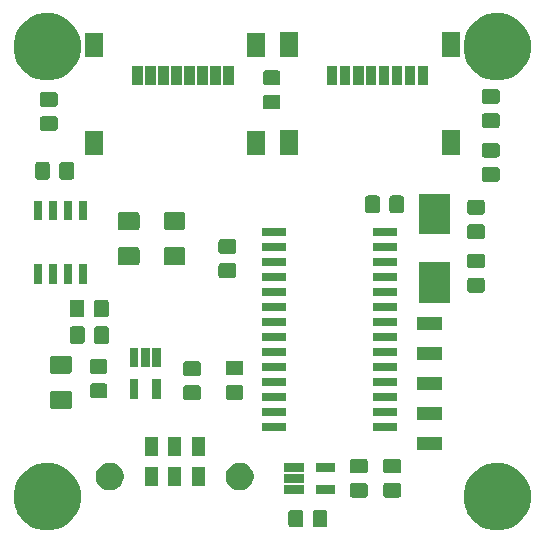
<source format=gts>
G04 #@! TF.GenerationSoftware,KiCad,Pcbnew,5.0.1*
G04 #@! TF.CreationDate,2018-11-03T23:17:01-04:00*
G04 #@! TF.ProjectId,rocketlog,726F636B65746C6F672E6B696361645F,rev?*
G04 #@! TF.SameCoordinates,Original*
G04 #@! TF.FileFunction,Soldermask,Top*
G04 #@! TF.FilePolarity,Negative*
%FSLAX46Y46*%
G04 Gerber Fmt 4.6, Leading zero omitted, Abs format (unit mm)*
G04 Created by KiCad (PCBNEW 5.0.1) date Sat 03 Nov 2018 11:17:01 PM EDT*
%MOMM*%
%LPD*%
G01*
G04 APERTURE LIST*
%ADD10C,0.100000*%
G04 APERTURE END LIST*
D10*
G36*
X165931548Y-111558754D02*
X166450360Y-111773654D01*
X166450361Y-111773655D01*
X166450364Y-111773656D01*
X166917276Y-112085636D01*
X167314364Y-112482724D01*
X167626344Y-112949636D01*
X167626345Y-112949639D01*
X167626346Y-112949640D01*
X167841246Y-113468452D01*
X167950800Y-114019221D01*
X167950800Y-114580779D01*
X167841246Y-115131548D01*
X167688135Y-115501188D01*
X167626344Y-115650364D01*
X167314364Y-116117276D01*
X166917276Y-116514364D01*
X166450364Y-116826344D01*
X166450361Y-116826345D01*
X166450360Y-116826346D01*
X165931548Y-117041246D01*
X165380779Y-117150800D01*
X164819221Y-117150800D01*
X164268452Y-117041246D01*
X163749640Y-116826346D01*
X163749639Y-116826345D01*
X163749636Y-116826344D01*
X163282724Y-116514364D01*
X162885636Y-116117276D01*
X162573656Y-115650364D01*
X162511865Y-115501188D01*
X162358754Y-115131548D01*
X162249200Y-114580779D01*
X162249200Y-114019221D01*
X162358754Y-113468452D01*
X162573654Y-112949640D01*
X162573655Y-112949639D01*
X162573656Y-112949636D01*
X162885636Y-112482724D01*
X163282724Y-112085636D01*
X163749636Y-111773656D01*
X163749639Y-111773655D01*
X163749640Y-111773654D01*
X164268452Y-111558754D01*
X164819221Y-111449200D01*
X165380779Y-111449200D01*
X165931548Y-111558754D01*
X165931548Y-111558754D01*
G37*
G36*
X127831548Y-111558754D02*
X128350360Y-111773654D01*
X128350361Y-111773655D01*
X128350364Y-111773656D01*
X128817276Y-112085636D01*
X129214364Y-112482724D01*
X129526344Y-112949636D01*
X129526345Y-112949639D01*
X129526346Y-112949640D01*
X129741246Y-113468452D01*
X129850800Y-114019221D01*
X129850800Y-114580779D01*
X129741246Y-115131548D01*
X129588135Y-115501188D01*
X129526344Y-115650364D01*
X129214364Y-116117276D01*
X128817276Y-116514364D01*
X128350364Y-116826344D01*
X128350361Y-116826345D01*
X128350360Y-116826346D01*
X127831548Y-117041246D01*
X127280779Y-117150800D01*
X126719221Y-117150800D01*
X126168452Y-117041246D01*
X125649640Y-116826346D01*
X125649639Y-116826345D01*
X125649636Y-116826344D01*
X125182724Y-116514364D01*
X124785636Y-116117276D01*
X124473656Y-115650364D01*
X124411865Y-115501188D01*
X124258754Y-115131548D01*
X124149200Y-114580779D01*
X124149200Y-114019221D01*
X124258754Y-113468452D01*
X124473654Y-112949640D01*
X124473655Y-112949639D01*
X124473656Y-112949636D01*
X124785636Y-112482724D01*
X125182724Y-112085636D01*
X125649636Y-111773656D01*
X125649639Y-111773655D01*
X125649640Y-111773654D01*
X126168452Y-111558754D01*
X126719221Y-111449200D01*
X127280779Y-111449200D01*
X127831548Y-111558754D01*
X127831548Y-111558754D01*
G37*
G36*
X150541391Y-115403962D02*
X150584286Y-115416974D01*
X150623812Y-115438101D01*
X150658462Y-115466538D01*
X150686899Y-115501188D01*
X150708026Y-115540714D01*
X150721038Y-115583609D01*
X150725800Y-115631959D01*
X150725800Y-116668041D01*
X150721038Y-116716391D01*
X150708026Y-116759286D01*
X150686899Y-116798812D01*
X150658462Y-116833462D01*
X150623812Y-116861899D01*
X150584286Y-116883026D01*
X150541391Y-116896038D01*
X150493041Y-116900800D01*
X149706959Y-116900800D01*
X149658609Y-116896038D01*
X149615714Y-116883026D01*
X149576188Y-116861899D01*
X149541538Y-116833462D01*
X149513101Y-116798812D01*
X149491974Y-116759286D01*
X149478962Y-116716391D01*
X149474200Y-116668041D01*
X149474200Y-115631959D01*
X149478962Y-115583609D01*
X149491974Y-115540714D01*
X149513101Y-115501188D01*
X149541538Y-115466538D01*
X149576188Y-115438101D01*
X149615714Y-115416974D01*
X149658609Y-115403962D01*
X149706959Y-115399200D01*
X150493041Y-115399200D01*
X150541391Y-115403962D01*
X150541391Y-115403962D01*
G37*
G36*
X148491391Y-115403962D02*
X148534286Y-115416974D01*
X148573812Y-115438101D01*
X148608462Y-115466538D01*
X148636899Y-115501188D01*
X148658026Y-115540714D01*
X148671038Y-115583609D01*
X148675800Y-115631959D01*
X148675800Y-116668041D01*
X148671038Y-116716391D01*
X148658026Y-116759286D01*
X148636899Y-116798812D01*
X148608462Y-116833462D01*
X148573812Y-116861899D01*
X148534286Y-116883026D01*
X148491391Y-116896038D01*
X148443041Y-116900800D01*
X147656959Y-116900800D01*
X147608609Y-116896038D01*
X147565714Y-116883026D01*
X147526188Y-116861899D01*
X147491538Y-116833462D01*
X147463101Y-116798812D01*
X147441974Y-116759286D01*
X147428962Y-116716391D01*
X147424200Y-116668041D01*
X147424200Y-115631959D01*
X147428962Y-115583609D01*
X147441974Y-115540714D01*
X147463101Y-115501188D01*
X147491538Y-115466538D01*
X147526188Y-115438101D01*
X147565714Y-115416974D01*
X147608609Y-115403962D01*
X147656959Y-115399200D01*
X148443041Y-115399200D01*
X148491391Y-115403962D01*
X148491391Y-115403962D01*
G37*
G36*
X156766391Y-113128962D02*
X156809286Y-113141974D01*
X156848812Y-113163101D01*
X156883462Y-113191538D01*
X156911899Y-113226188D01*
X156933026Y-113265714D01*
X156946038Y-113308609D01*
X156950800Y-113356959D01*
X156950800Y-114143041D01*
X156946038Y-114191391D01*
X156933026Y-114234286D01*
X156911899Y-114273812D01*
X156883462Y-114308462D01*
X156848812Y-114336899D01*
X156809286Y-114358026D01*
X156766391Y-114371038D01*
X156718041Y-114375800D01*
X155681959Y-114375800D01*
X155633609Y-114371038D01*
X155590714Y-114358026D01*
X155551188Y-114336899D01*
X155516538Y-114308462D01*
X155488101Y-114273812D01*
X155466974Y-114234286D01*
X155453962Y-114191391D01*
X155449200Y-114143041D01*
X155449200Y-113356959D01*
X155453962Y-113308609D01*
X155466974Y-113265714D01*
X155488101Y-113226188D01*
X155516538Y-113191538D01*
X155551188Y-113163101D01*
X155590714Y-113141974D01*
X155633609Y-113128962D01*
X155681959Y-113124200D01*
X156718041Y-113124200D01*
X156766391Y-113128962D01*
X156766391Y-113128962D01*
G37*
G36*
X153941391Y-113128962D02*
X153984286Y-113141974D01*
X154023812Y-113163101D01*
X154058462Y-113191538D01*
X154086899Y-113226188D01*
X154108026Y-113265714D01*
X154121038Y-113308609D01*
X154125800Y-113356959D01*
X154125800Y-114143041D01*
X154121038Y-114191391D01*
X154108026Y-114234286D01*
X154086899Y-114273812D01*
X154058462Y-114308462D01*
X154023812Y-114336899D01*
X153984286Y-114358026D01*
X153941391Y-114371038D01*
X153893041Y-114375800D01*
X152856959Y-114375800D01*
X152808609Y-114371038D01*
X152765714Y-114358026D01*
X152726188Y-114336899D01*
X152691538Y-114308462D01*
X152663101Y-114273812D01*
X152641974Y-114234286D01*
X152628962Y-114191391D01*
X152624200Y-114143041D01*
X152624200Y-113356959D01*
X152628962Y-113308609D01*
X152641974Y-113265714D01*
X152663101Y-113226188D01*
X152691538Y-113191538D01*
X152726188Y-113163101D01*
X152765714Y-113141974D01*
X152808609Y-113128962D01*
X152856959Y-113124200D01*
X153893041Y-113124200D01*
X153941391Y-113128962D01*
X153941391Y-113128962D01*
G37*
G36*
X151405800Y-114075800D02*
X149744200Y-114075800D01*
X149744200Y-113324200D01*
X151405800Y-113324200D01*
X151405800Y-114075800D01*
X151405800Y-114075800D01*
G37*
G36*
X148705800Y-114075800D02*
X147044200Y-114075800D01*
X147044200Y-113324200D01*
X148705800Y-113324200D01*
X148705800Y-114075800D01*
X148705800Y-114075800D01*
G37*
G36*
X143636958Y-111444386D02*
X143850942Y-111533021D01*
X144043516Y-111661694D01*
X144207296Y-111825474D01*
X144335969Y-112018048D01*
X144335970Y-112018050D01*
X144424604Y-112232032D01*
X144469790Y-112459194D01*
X144469790Y-112690806D01*
X144424604Y-112917968D01*
X144337015Y-113129428D01*
X144335969Y-113131952D01*
X144207296Y-113324526D01*
X144043516Y-113488306D01*
X143850942Y-113616979D01*
X143850941Y-113616980D01*
X143850940Y-113616980D01*
X143636958Y-113705614D01*
X143409796Y-113750800D01*
X143178184Y-113750800D01*
X142951022Y-113705614D01*
X142737040Y-113616980D01*
X142737039Y-113616980D01*
X142737038Y-113616979D01*
X142544464Y-113488306D01*
X142380684Y-113324526D01*
X142252011Y-113131952D01*
X142250966Y-113129428D01*
X142163376Y-112917968D01*
X142118190Y-112690806D01*
X142118190Y-112459194D01*
X142163376Y-112232032D01*
X142252010Y-112018050D01*
X142252011Y-112018048D01*
X142380684Y-111825474D01*
X142544464Y-111661694D01*
X142737038Y-111533021D01*
X142951022Y-111444386D01*
X143178184Y-111399200D01*
X143409796Y-111399200D01*
X143636958Y-111444386D01*
X143636958Y-111444386D01*
G37*
G36*
X132636958Y-111444386D02*
X132850942Y-111533021D01*
X133043516Y-111661694D01*
X133207296Y-111825474D01*
X133335969Y-112018048D01*
X133335970Y-112018050D01*
X133424604Y-112232032D01*
X133469790Y-112459194D01*
X133469790Y-112690806D01*
X133424604Y-112917968D01*
X133337015Y-113129428D01*
X133335969Y-113131952D01*
X133207296Y-113324526D01*
X133043516Y-113488306D01*
X132850942Y-113616979D01*
X132850941Y-113616980D01*
X132850940Y-113616980D01*
X132636958Y-113705614D01*
X132409796Y-113750800D01*
X132178184Y-113750800D01*
X131951022Y-113705614D01*
X131737040Y-113616980D01*
X131737039Y-113616980D01*
X131737038Y-113616979D01*
X131544464Y-113488306D01*
X131380684Y-113324526D01*
X131252011Y-113131952D01*
X131250966Y-113129428D01*
X131163376Y-112917968D01*
X131118190Y-112690806D01*
X131118190Y-112459194D01*
X131163376Y-112232032D01*
X131252010Y-112018050D01*
X131252011Y-112018048D01*
X131380684Y-111825474D01*
X131544464Y-111661694D01*
X131737038Y-111533021D01*
X131951022Y-111444386D01*
X132178184Y-111399200D01*
X132409796Y-111399200D01*
X132636958Y-111444386D01*
X132636958Y-111444386D01*
G37*
G36*
X140344790Y-113375800D02*
X139243190Y-113375800D01*
X139243190Y-111774200D01*
X140344790Y-111774200D01*
X140344790Y-113375800D01*
X140344790Y-113375800D01*
G37*
G36*
X138344790Y-113375800D02*
X137243190Y-113375800D01*
X137243190Y-111774200D01*
X138344790Y-111774200D01*
X138344790Y-113375800D01*
X138344790Y-113375800D01*
G37*
G36*
X136344790Y-113375800D02*
X135243190Y-113375800D01*
X135243190Y-111774200D01*
X136344790Y-111774200D01*
X136344790Y-113375800D01*
X136344790Y-113375800D01*
G37*
G36*
X148705800Y-113125800D02*
X147044200Y-113125800D01*
X147044200Y-112374200D01*
X148705800Y-112374200D01*
X148705800Y-113125800D01*
X148705800Y-113125800D01*
G37*
G36*
X153941391Y-111078962D02*
X153984286Y-111091974D01*
X154023812Y-111113101D01*
X154058462Y-111141538D01*
X154086899Y-111176188D01*
X154108026Y-111215714D01*
X154121038Y-111258609D01*
X154125800Y-111306959D01*
X154125800Y-112093041D01*
X154121038Y-112141391D01*
X154108026Y-112184286D01*
X154086899Y-112223812D01*
X154058462Y-112258462D01*
X154023812Y-112286899D01*
X153984286Y-112308026D01*
X153941391Y-112321038D01*
X153893041Y-112325800D01*
X152856959Y-112325800D01*
X152808609Y-112321038D01*
X152765714Y-112308026D01*
X152726188Y-112286899D01*
X152691538Y-112258462D01*
X152663101Y-112223812D01*
X152641974Y-112184286D01*
X152628962Y-112141391D01*
X152624200Y-112093041D01*
X152624200Y-111306959D01*
X152628962Y-111258609D01*
X152641974Y-111215714D01*
X152663101Y-111176188D01*
X152691538Y-111141538D01*
X152726188Y-111113101D01*
X152765714Y-111091974D01*
X152808609Y-111078962D01*
X152856959Y-111074200D01*
X153893041Y-111074200D01*
X153941391Y-111078962D01*
X153941391Y-111078962D01*
G37*
G36*
X156766391Y-111078962D02*
X156809286Y-111091974D01*
X156848812Y-111113101D01*
X156883462Y-111141538D01*
X156911899Y-111176188D01*
X156933026Y-111215714D01*
X156946038Y-111258609D01*
X156950800Y-111306959D01*
X156950800Y-112093041D01*
X156946038Y-112141391D01*
X156933026Y-112184286D01*
X156911899Y-112223812D01*
X156883462Y-112258462D01*
X156848812Y-112286899D01*
X156809286Y-112308026D01*
X156766391Y-112321038D01*
X156718041Y-112325800D01*
X155681959Y-112325800D01*
X155633609Y-112321038D01*
X155590714Y-112308026D01*
X155551188Y-112286899D01*
X155516538Y-112258462D01*
X155488101Y-112223812D01*
X155466974Y-112184286D01*
X155453962Y-112141391D01*
X155449200Y-112093041D01*
X155449200Y-111306959D01*
X155453962Y-111258609D01*
X155466974Y-111215714D01*
X155488101Y-111176188D01*
X155516538Y-111141538D01*
X155551188Y-111113101D01*
X155590714Y-111091974D01*
X155633609Y-111078962D01*
X155681959Y-111074200D01*
X156718041Y-111074200D01*
X156766391Y-111078962D01*
X156766391Y-111078962D01*
G37*
G36*
X148705800Y-112175800D02*
X147044200Y-112175800D01*
X147044200Y-111424200D01*
X148705800Y-111424200D01*
X148705800Y-112175800D01*
X148705800Y-112175800D01*
G37*
G36*
X151405800Y-112175800D02*
X149744200Y-112175800D01*
X149744200Y-111424200D01*
X151405800Y-111424200D01*
X151405800Y-112175800D01*
X151405800Y-112175800D01*
G37*
G36*
X136344790Y-110875800D02*
X135243190Y-110875800D01*
X135243190Y-109274200D01*
X136344790Y-109274200D01*
X136344790Y-110875800D01*
X136344790Y-110875800D01*
G37*
G36*
X140344790Y-110875800D02*
X139243190Y-110875800D01*
X139243190Y-109274200D01*
X140344790Y-109274200D01*
X140344790Y-110875800D01*
X140344790Y-110875800D01*
G37*
G36*
X138344790Y-110875800D02*
X137243190Y-110875800D01*
X137243190Y-109274200D01*
X138344790Y-109274200D01*
X138344790Y-110875800D01*
X138344790Y-110875800D01*
G37*
G36*
X160435800Y-110355000D02*
X158334200Y-110355000D01*
X158334200Y-109253400D01*
X160435800Y-109253400D01*
X160435800Y-110355000D01*
X160435800Y-110355000D01*
G37*
G36*
X156644790Y-108715314D02*
X154543190Y-108715314D01*
X154543190Y-108013714D01*
X156644790Y-108013714D01*
X156644790Y-108715314D01*
X156644790Y-108715314D01*
G37*
G36*
X147244790Y-108715314D02*
X145143190Y-108715314D01*
X145143190Y-108013714D01*
X147244790Y-108013714D01*
X147244790Y-108715314D01*
X147244790Y-108715314D01*
G37*
G36*
X160435800Y-107815000D02*
X158334200Y-107815000D01*
X158334200Y-106713400D01*
X160435800Y-106713400D01*
X160435800Y-107815000D01*
X160435800Y-107815000D01*
G37*
G36*
X156644790Y-107445314D02*
X154543190Y-107445314D01*
X154543190Y-106743714D01*
X156644790Y-106743714D01*
X156644790Y-107445314D01*
X156644790Y-107445314D01*
G37*
G36*
X147244790Y-107445314D02*
X145143190Y-107445314D01*
X145143190Y-106743714D01*
X147244790Y-106743714D01*
X147244790Y-107445314D01*
X147244790Y-107445314D01*
G37*
G36*
X128899966Y-105328757D02*
X128940860Y-105341162D01*
X128978549Y-105361307D01*
X129011583Y-105388417D01*
X129038693Y-105421451D01*
X129058838Y-105459140D01*
X129071243Y-105500034D01*
X129075800Y-105546305D01*
X129075800Y-106628695D01*
X129071243Y-106674966D01*
X129058838Y-106715860D01*
X129038693Y-106753549D01*
X129011583Y-106786583D01*
X128978549Y-106813693D01*
X128940860Y-106833838D01*
X128899966Y-106846243D01*
X128853695Y-106850800D01*
X127446305Y-106850800D01*
X127400034Y-106846243D01*
X127359140Y-106833838D01*
X127321451Y-106813693D01*
X127288417Y-106786583D01*
X127261307Y-106753549D01*
X127241162Y-106715860D01*
X127228757Y-106674966D01*
X127224200Y-106628695D01*
X127224200Y-105546305D01*
X127228757Y-105500034D01*
X127241162Y-105459140D01*
X127261307Y-105421451D01*
X127288417Y-105388417D01*
X127321451Y-105361307D01*
X127359140Y-105341162D01*
X127400034Y-105328757D01*
X127446305Y-105324200D01*
X128853695Y-105324200D01*
X128899966Y-105328757D01*
X128899966Y-105328757D01*
G37*
G36*
X147244790Y-106175314D02*
X145143190Y-106175314D01*
X145143190Y-105473714D01*
X147244790Y-105473714D01*
X147244790Y-106175314D01*
X147244790Y-106175314D01*
G37*
G36*
X156644790Y-106175314D02*
X154543190Y-106175314D01*
X154543190Y-105473714D01*
X156644790Y-105473714D01*
X156644790Y-106175314D01*
X156644790Y-106175314D01*
G37*
G36*
X139816391Y-104878962D02*
X139859286Y-104891974D01*
X139898812Y-104913101D01*
X139933462Y-104941538D01*
X139961899Y-104976188D01*
X139983026Y-105015714D01*
X139996038Y-105058609D01*
X140000800Y-105106959D01*
X140000800Y-105893041D01*
X139996038Y-105941391D01*
X139983026Y-105984286D01*
X139961899Y-106023812D01*
X139933462Y-106058462D01*
X139898812Y-106086899D01*
X139859286Y-106108026D01*
X139816391Y-106121038D01*
X139768041Y-106125800D01*
X138731959Y-106125800D01*
X138683609Y-106121038D01*
X138640714Y-106108026D01*
X138601188Y-106086899D01*
X138566538Y-106058462D01*
X138538101Y-106023812D01*
X138516974Y-105984286D01*
X138503962Y-105941391D01*
X138499200Y-105893041D01*
X138499200Y-105106959D01*
X138503962Y-105058609D01*
X138516974Y-105015714D01*
X138538101Y-104976188D01*
X138566538Y-104941538D01*
X138601188Y-104913101D01*
X138640714Y-104891974D01*
X138683609Y-104878962D01*
X138731959Y-104874200D01*
X139768041Y-104874200D01*
X139816391Y-104878962D01*
X139816391Y-104878962D01*
G37*
G36*
X143426391Y-104828962D02*
X143469286Y-104841974D01*
X143508812Y-104863101D01*
X143543462Y-104891538D01*
X143571899Y-104926188D01*
X143593026Y-104965714D01*
X143606038Y-105008609D01*
X143610800Y-105056959D01*
X143610800Y-105843041D01*
X143606038Y-105891391D01*
X143593026Y-105934286D01*
X143571899Y-105973812D01*
X143543462Y-106008462D01*
X143508812Y-106036899D01*
X143469286Y-106058026D01*
X143426391Y-106071038D01*
X143378041Y-106075800D01*
X142341959Y-106075800D01*
X142293609Y-106071038D01*
X142250714Y-106058026D01*
X142211188Y-106036899D01*
X142176538Y-106008462D01*
X142148101Y-105973812D01*
X142126974Y-105934286D01*
X142113962Y-105891391D01*
X142109200Y-105843041D01*
X142109200Y-105056959D01*
X142113962Y-105008609D01*
X142126974Y-104965714D01*
X142148101Y-104926188D01*
X142176538Y-104891538D01*
X142211188Y-104863101D01*
X142250714Y-104841974D01*
X142293609Y-104828962D01*
X142341959Y-104824200D01*
X143378041Y-104824200D01*
X143426391Y-104828962D01*
X143426391Y-104828962D01*
G37*
G36*
X134725800Y-106030800D02*
X133974200Y-106030800D01*
X133974200Y-104369200D01*
X134725800Y-104369200D01*
X134725800Y-106030800D01*
X134725800Y-106030800D01*
G37*
G36*
X136625800Y-106030800D02*
X135874200Y-106030800D01*
X135874200Y-104369200D01*
X136625800Y-104369200D01*
X136625800Y-106030800D01*
X136625800Y-106030800D01*
G37*
G36*
X131916391Y-104703962D02*
X131959286Y-104716974D01*
X131998812Y-104738101D01*
X132033462Y-104766538D01*
X132061899Y-104801188D01*
X132083026Y-104840714D01*
X132096038Y-104883609D01*
X132100800Y-104931959D01*
X132100800Y-105718041D01*
X132096038Y-105766391D01*
X132083026Y-105809286D01*
X132061899Y-105848812D01*
X132033462Y-105883462D01*
X131998812Y-105911899D01*
X131959286Y-105933026D01*
X131916391Y-105946038D01*
X131868041Y-105950800D01*
X130831959Y-105950800D01*
X130783609Y-105946038D01*
X130740714Y-105933026D01*
X130701188Y-105911899D01*
X130666538Y-105883462D01*
X130638101Y-105848812D01*
X130616974Y-105809286D01*
X130603962Y-105766391D01*
X130599200Y-105718041D01*
X130599200Y-104931959D01*
X130603962Y-104883609D01*
X130616974Y-104840714D01*
X130638101Y-104801188D01*
X130666538Y-104766538D01*
X130701188Y-104738101D01*
X130740714Y-104716974D01*
X130783609Y-104703962D01*
X130831959Y-104699200D01*
X131868041Y-104699200D01*
X131916391Y-104703962D01*
X131916391Y-104703962D01*
G37*
G36*
X160435800Y-105275000D02*
X158334200Y-105275000D01*
X158334200Y-104173400D01*
X160435800Y-104173400D01*
X160435800Y-105275000D01*
X160435800Y-105275000D01*
G37*
G36*
X156644790Y-104905314D02*
X154543190Y-104905314D01*
X154543190Y-104203714D01*
X156644790Y-104203714D01*
X156644790Y-104905314D01*
X156644790Y-104905314D01*
G37*
G36*
X147244790Y-104905314D02*
X145143190Y-104905314D01*
X145143190Y-104203714D01*
X147244790Y-104203714D01*
X147244790Y-104905314D01*
X147244790Y-104905314D01*
G37*
G36*
X139816391Y-102828962D02*
X139859286Y-102841974D01*
X139898812Y-102863101D01*
X139933462Y-102891538D01*
X139961899Y-102926188D01*
X139983026Y-102965714D01*
X139996038Y-103008609D01*
X140000800Y-103056959D01*
X140000800Y-103843041D01*
X139996038Y-103891391D01*
X139983026Y-103934286D01*
X139961899Y-103973812D01*
X139933462Y-104008462D01*
X139898812Y-104036899D01*
X139859286Y-104058026D01*
X139816391Y-104071038D01*
X139768041Y-104075800D01*
X138731959Y-104075800D01*
X138683609Y-104071038D01*
X138640714Y-104058026D01*
X138601188Y-104036899D01*
X138566538Y-104008462D01*
X138538101Y-103973812D01*
X138516974Y-103934286D01*
X138503962Y-103891391D01*
X138499200Y-103843041D01*
X138499200Y-103056959D01*
X138503962Y-103008609D01*
X138516974Y-102965714D01*
X138538101Y-102926188D01*
X138566538Y-102891538D01*
X138601188Y-102863101D01*
X138640714Y-102841974D01*
X138683609Y-102828962D01*
X138731959Y-102824200D01*
X139768041Y-102824200D01*
X139816391Y-102828962D01*
X139816391Y-102828962D01*
G37*
G36*
X143426391Y-102778962D02*
X143469286Y-102791974D01*
X143508812Y-102813101D01*
X143543462Y-102841538D01*
X143571899Y-102876188D01*
X143593026Y-102915714D01*
X143606038Y-102958609D01*
X143610800Y-103006959D01*
X143610800Y-103793041D01*
X143606038Y-103841391D01*
X143593026Y-103884286D01*
X143571899Y-103923812D01*
X143543462Y-103958462D01*
X143508812Y-103986899D01*
X143469286Y-104008026D01*
X143426391Y-104021038D01*
X143378041Y-104025800D01*
X142341959Y-104025800D01*
X142293609Y-104021038D01*
X142250714Y-104008026D01*
X142211188Y-103986899D01*
X142176538Y-103958462D01*
X142148101Y-103923812D01*
X142126974Y-103884286D01*
X142113962Y-103841391D01*
X142109200Y-103793041D01*
X142109200Y-103006959D01*
X142113962Y-102958609D01*
X142126974Y-102915714D01*
X142148101Y-102876188D01*
X142176538Y-102841538D01*
X142211188Y-102813101D01*
X142250714Y-102791974D01*
X142293609Y-102778962D01*
X142341959Y-102774200D01*
X143378041Y-102774200D01*
X143426391Y-102778962D01*
X143426391Y-102778962D01*
G37*
G36*
X131916391Y-102653962D02*
X131959286Y-102666974D01*
X131998812Y-102688101D01*
X132033462Y-102716538D01*
X132061899Y-102751188D01*
X132083026Y-102790714D01*
X132096038Y-102833609D01*
X132100800Y-102881959D01*
X132100800Y-103668041D01*
X132096038Y-103716391D01*
X132083026Y-103759286D01*
X132061899Y-103798812D01*
X132033462Y-103833462D01*
X131998812Y-103861899D01*
X131959286Y-103883026D01*
X131916391Y-103896038D01*
X131868041Y-103900800D01*
X130831959Y-103900800D01*
X130783609Y-103896038D01*
X130740714Y-103883026D01*
X130701188Y-103861899D01*
X130666538Y-103833462D01*
X130638101Y-103798812D01*
X130616974Y-103759286D01*
X130603962Y-103716391D01*
X130599200Y-103668041D01*
X130599200Y-102881959D01*
X130603962Y-102833609D01*
X130616974Y-102790714D01*
X130638101Y-102751188D01*
X130666538Y-102716538D01*
X130701188Y-102688101D01*
X130740714Y-102666974D01*
X130783609Y-102653962D01*
X130831959Y-102649200D01*
X131868041Y-102649200D01*
X131916391Y-102653962D01*
X131916391Y-102653962D01*
G37*
G36*
X128899966Y-102353757D02*
X128940860Y-102366162D01*
X128978549Y-102386307D01*
X129011583Y-102413417D01*
X129038693Y-102446451D01*
X129058838Y-102484140D01*
X129071243Y-102525034D01*
X129075800Y-102571305D01*
X129075800Y-103653695D01*
X129071243Y-103699966D01*
X129058838Y-103740860D01*
X129038693Y-103778549D01*
X129011583Y-103811583D01*
X128978549Y-103838693D01*
X128940860Y-103858838D01*
X128899966Y-103871243D01*
X128853695Y-103875800D01*
X127446305Y-103875800D01*
X127400034Y-103871243D01*
X127359140Y-103858838D01*
X127321451Y-103838693D01*
X127288417Y-103811583D01*
X127261307Y-103778549D01*
X127241162Y-103740860D01*
X127228757Y-103699966D01*
X127224200Y-103653695D01*
X127224200Y-102571305D01*
X127228757Y-102525034D01*
X127241162Y-102484140D01*
X127261307Y-102446451D01*
X127288417Y-102413417D01*
X127321451Y-102386307D01*
X127359140Y-102366162D01*
X127400034Y-102353757D01*
X127446305Y-102349200D01*
X128853695Y-102349200D01*
X128899966Y-102353757D01*
X128899966Y-102353757D01*
G37*
G36*
X156644790Y-103635314D02*
X154543190Y-103635314D01*
X154543190Y-102933714D01*
X156644790Y-102933714D01*
X156644790Y-103635314D01*
X156644790Y-103635314D01*
G37*
G36*
X147244790Y-103635314D02*
X145143190Y-103635314D01*
X145143190Y-102933714D01*
X147244790Y-102933714D01*
X147244790Y-103635314D01*
X147244790Y-103635314D01*
G37*
G36*
X134725800Y-103330800D02*
X133974200Y-103330800D01*
X133974200Y-101669200D01*
X134725800Y-101669200D01*
X134725800Y-103330800D01*
X134725800Y-103330800D01*
G37*
G36*
X135675800Y-103330800D02*
X134924200Y-103330800D01*
X134924200Y-101669200D01*
X135675800Y-101669200D01*
X135675800Y-103330800D01*
X135675800Y-103330800D01*
G37*
G36*
X136625800Y-103330800D02*
X135874200Y-103330800D01*
X135874200Y-101669200D01*
X136625800Y-101669200D01*
X136625800Y-103330800D01*
X136625800Y-103330800D01*
G37*
G36*
X160435800Y-102735000D02*
X158334200Y-102735000D01*
X158334200Y-101633400D01*
X160435800Y-101633400D01*
X160435800Y-102735000D01*
X160435800Y-102735000D01*
G37*
G36*
X147244790Y-102365314D02*
X145143190Y-102365314D01*
X145143190Y-101663714D01*
X147244790Y-101663714D01*
X147244790Y-102365314D01*
X147244790Y-102365314D01*
G37*
G36*
X156644790Y-102365314D02*
X154543190Y-102365314D01*
X154543190Y-101663714D01*
X156644790Y-101663714D01*
X156644790Y-102365314D01*
X156644790Y-102365314D01*
G37*
G36*
X132035381Y-99863476D02*
X132078276Y-99876488D01*
X132117802Y-99897615D01*
X132152452Y-99926052D01*
X132180889Y-99960702D01*
X132202016Y-100000228D01*
X132215028Y-100043123D01*
X132219790Y-100091473D01*
X132219790Y-101127555D01*
X132215028Y-101175905D01*
X132202016Y-101218800D01*
X132180889Y-101258326D01*
X132152452Y-101292976D01*
X132117802Y-101321413D01*
X132078276Y-101342540D01*
X132035381Y-101355552D01*
X131987031Y-101360314D01*
X131200949Y-101360314D01*
X131152599Y-101355552D01*
X131109704Y-101342540D01*
X131070178Y-101321413D01*
X131035528Y-101292976D01*
X131007091Y-101258326D01*
X130985964Y-101218800D01*
X130972952Y-101175905D01*
X130968190Y-101127555D01*
X130968190Y-100091473D01*
X130972952Y-100043123D01*
X130985964Y-100000228D01*
X131007091Y-99960702D01*
X131035528Y-99926052D01*
X131070178Y-99897615D01*
X131109704Y-99876488D01*
X131152599Y-99863476D01*
X131200949Y-99858714D01*
X131987031Y-99858714D01*
X132035381Y-99863476D01*
X132035381Y-99863476D01*
G37*
G36*
X129985381Y-99863476D02*
X130028276Y-99876488D01*
X130067802Y-99897615D01*
X130102452Y-99926052D01*
X130130889Y-99960702D01*
X130152016Y-100000228D01*
X130165028Y-100043123D01*
X130169790Y-100091473D01*
X130169790Y-101127555D01*
X130165028Y-101175905D01*
X130152016Y-101218800D01*
X130130889Y-101258326D01*
X130102452Y-101292976D01*
X130067802Y-101321413D01*
X130028276Y-101342540D01*
X129985381Y-101355552D01*
X129937031Y-101360314D01*
X129150949Y-101360314D01*
X129102599Y-101355552D01*
X129059704Y-101342540D01*
X129020178Y-101321413D01*
X128985528Y-101292976D01*
X128957091Y-101258326D01*
X128935964Y-101218800D01*
X128922952Y-101175905D01*
X128918190Y-101127555D01*
X128918190Y-100091473D01*
X128922952Y-100043123D01*
X128935964Y-100000228D01*
X128957091Y-99960702D01*
X128985528Y-99926052D01*
X129020178Y-99897615D01*
X129059704Y-99876488D01*
X129102599Y-99863476D01*
X129150949Y-99858714D01*
X129937031Y-99858714D01*
X129985381Y-99863476D01*
X129985381Y-99863476D01*
G37*
G36*
X147244790Y-101095314D02*
X145143190Y-101095314D01*
X145143190Y-100393714D01*
X147244790Y-100393714D01*
X147244790Y-101095314D01*
X147244790Y-101095314D01*
G37*
G36*
X156644790Y-101095314D02*
X154543190Y-101095314D01*
X154543190Y-100393714D01*
X156644790Y-100393714D01*
X156644790Y-101095314D01*
X156644790Y-101095314D01*
G37*
G36*
X160435800Y-100195000D02*
X158334200Y-100195000D01*
X158334200Y-99093400D01*
X160435800Y-99093400D01*
X160435800Y-100195000D01*
X160435800Y-100195000D01*
G37*
G36*
X147244790Y-99825314D02*
X145143190Y-99825314D01*
X145143190Y-99123714D01*
X147244790Y-99123714D01*
X147244790Y-99825314D01*
X147244790Y-99825314D01*
G37*
G36*
X156644790Y-99825314D02*
X154543190Y-99825314D01*
X154543190Y-99123714D01*
X156644790Y-99123714D01*
X156644790Y-99825314D01*
X156644790Y-99825314D01*
G37*
G36*
X129961391Y-97613962D02*
X130004286Y-97626974D01*
X130043812Y-97648101D01*
X130078462Y-97676538D01*
X130106899Y-97711188D01*
X130128026Y-97750714D01*
X130141038Y-97793609D01*
X130145800Y-97841959D01*
X130145800Y-98878041D01*
X130141038Y-98926391D01*
X130128026Y-98969286D01*
X130106899Y-99008812D01*
X130078462Y-99043462D01*
X130043812Y-99071899D01*
X130004286Y-99093026D01*
X129961391Y-99106038D01*
X129913041Y-99110800D01*
X129126959Y-99110800D01*
X129078609Y-99106038D01*
X129035714Y-99093026D01*
X128996188Y-99071899D01*
X128961538Y-99043462D01*
X128933101Y-99008812D01*
X128911974Y-98969286D01*
X128898962Y-98926391D01*
X128894200Y-98878041D01*
X128894200Y-97841959D01*
X128898962Y-97793609D01*
X128911974Y-97750714D01*
X128933101Y-97711188D01*
X128961538Y-97676538D01*
X128996188Y-97648101D01*
X129035714Y-97626974D01*
X129078609Y-97613962D01*
X129126959Y-97609200D01*
X129913041Y-97609200D01*
X129961391Y-97613962D01*
X129961391Y-97613962D01*
G37*
G36*
X132011391Y-97613962D02*
X132054286Y-97626974D01*
X132093812Y-97648101D01*
X132128462Y-97676538D01*
X132156899Y-97711188D01*
X132178026Y-97750714D01*
X132191038Y-97793609D01*
X132195800Y-97841959D01*
X132195800Y-98878041D01*
X132191038Y-98926391D01*
X132178026Y-98969286D01*
X132156899Y-99008812D01*
X132128462Y-99043462D01*
X132093812Y-99071899D01*
X132054286Y-99093026D01*
X132011391Y-99106038D01*
X131963041Y-99110800D01*
X131176959Y-99110800D01*
X131128609Y-99106038D01*
X131085714Y-99093026D01*
X131046188Y-99071899D01*
X131011538Y-99043462D01*
X130983101Y-99008812D01*
X130961974Y-98969286D01*
X130948962Y-98926391D01*
X130944200Y-98878041D01*
X130944200Y-97841959D01*
X130948962Y-97793609D01*
X130961974Y-97750714D01*
X130983101Y-97711188D01*
X131011538Y-97676538D01*
X131046188Y-97648101D01*
X131085714Y-97626974D01*
X131128609Y-97613962D01*
X131176959Y-97609200D01*
X131963041Y-97609200D01*
X132011391Y-97613962D01*
X132011391Y-97613962D01*
G37*
G36*
X156644790Y-98555314D02*
X154543190Y-98555314D01*
X154543190Y-97853714D01*
X156644790Y-97853714D01*
X156644790Y-98555314D01*
X156644790Y-98555314D01*
G37*
G36*
X147244790Y-98555314D02*
X145143190Y-98555314D01*
X145143190Y-97853714D01*
X147244790Y-97853714D01*
X147244790Y-98555314D01*
X147244790Y-98555314D01*
G37*
G36*
X161100800Y-97878700D02*
X158499200Y-97878700D01*
X158499200Y-94452100D01*
X161100800Y-94452100D01*
X161100800Y-97878700D01*
X161100800Y-97878700D01*
G37*
G36*
X156644790Y-97285314D02*
X154543190Y-97285314D01*
X154543190Y-96583714D01*
X156644790Y-96583714D01*
X156644790Y-97285314D01*
X156644790Y-97285314D01*
G37*
G36*
X147244790Y-97285314D02*
X145143190Y-97285314D01*
X145143190Y-96583714D01*
X147244790Y-96583714D01*
X147244790Y-97285314D01*
X147244790Y-97285314D01*
G37*
G36*
X163866391Y-95769362D02*
X163909286Y-95782374D01*
X163948812Y-95803501D01*
X163983462Y-95831938D01*
X164011899Y-95866588D01*
X164033026Y-95906114D01*
X164046038Y-95949009D01*
X164050800Y-95997359D01*
X164050800Y-96783441D01*
X164046038Y-96831791D01*
X164033026Y-96874686D01*
X164011899Y-96914212D01*
X163983462Y-96948862D01*
X163948812Y-96977299D01*
X163909286Y-96998426D01*
X163866391Y-97011438D01*
X163818041Y-97016200D01*
X162781959Y-97016200D01*
X162733609Y-97011438D01*
X162690714Y-96998426D01*
X162651188Y-96977299D01*
X162616538Y-96948862D01*
X162588101Y-96914212D01*
X162566974Y-96874686D01*
X162553962Y-96831791D01*
X162549200Y-96783441D01*
X162549200Y-95997359D01*
X162553962Y-95949009D01*
X162566974Y-95906114D01*
X162588101Y-95866588D01*
X162616538Y-95831938D01*
X162651188Y-95803501D01*
X162690714Y-95782374D01*
X162733609Y-95769362D01*
X162781959Y-95764600D01*
X163818041Y-95764600D01*
X163866391Y-95769362D01*
X163866391Y-95769362D01*
G37*
G36*
X126560800Y-96275800D02*
X125859200Y-96275800D01*
X125859200Y-94624200D01*
X126560800Y-94624200D01*
X126560800Y-96275800D01*
X126560800Y-96275800D01*
G37*
G36*
X127830800Y-96275800D02*
X127129200Y-96275800D01*
X127129200Y-94624200D01*
X127830800Y-94624200D01*
X127830800Y-96275800D01*
X127830800Y-96275800D01*
G37*
G36*
X130370800Y-96275800D02*
X129669200Y-96275800D01*
X129669200Y-94624200D01*
X130370800Y-94624200D01*
X130370800Y-96275800D01*
X130370800Y-96275800D01*
G37*
G36*
X129100800Y-96275800D02*
X128399200Y-96275800D01*
X128399200Y-94624200D01*
X129100800Y-94624200D01*
X129100800Y-96275800D01*
X129100800Y-96275800D01*
G37*
G36*
X156644790Y-96015314D02*
X154543190Y-96015314D01*
X154543190Y-95313714D01*
X156644790Y-95313714D01*
X156644790Y-96015314D01*
X156644790Y-96015314D01*
G37*
G36*
X147244790Y-96015314D02*
X145143190Y-96015314D01*
X145143190Y-95313714D01*
X147244790Y-95313714D01*
X147244790Y-96015314D01*
X147244790Y-96015314D01*
G37*
G36*
X142816391Y-94528962D02*
X142859286Y-94541974D01*
X142898812Y-94563101D01*
X142933462Y-94591538D01*
X142961899Y-94626188D01*
X142983026Y-94665714D01*
X142996038Y-94708609D01*
X143000800Y-94756959D01*
X143000800Y-95543041D01*
X142996038Y-95591391D01*
X142983026Y-95634286D01*
X142961899Y-95673812D01*
X142933462Y-95708462D01*
X142898812Y-95736899D01*
X142859286Y-95758026D01*
X142816391Y-95771038D01*
X142768041Y-95775800D01*
X141731959Y-95775800D01*
X141683609Y-95771038D01*
X141640714Y-95758026D01*
X141601188Y-95736899D01*
X141566538Y-95708462D01*
X141538101Y-95673812D01*
X141516974Y-95634286D01*
X141503962Y-95591391D01*
X141499200Y-95543041D01*
X141499200Y-94756959D01*
X141503962Y-94708609D01*
X141516974Y-94665714D01*
X141538101Y-94626188D01*
X141566538Y-94591538D01*
X141601188Y-94563101D01*
X141640714Y-94541974D01*
X141683609Y-94528962D01*
X141731959Y-94524200D01*
X142768041Y-94524200D01*
X142816391Y-94528962D01*
X142816391Y-94528962D01*
G37*
G36*
X163866391Y-93719362D02*
X163909286Y-93732374D01*
X163948812Y-93753501D01*
X163983462Y-93781938D01*
X164011899Y-93816588D01*
X164033026Y-93856114D01*
X164046038Y-93899009D01*
X164050800Y-93947359D01*
X164050800Y-94733441D01*
X164046038Y-94781791D01*
X164033026Y-94824686D01*
X164011899Y-94864212D01*
X163983462Y-94898862D01*
X163948812Y-94927299D01*
X163909286Y-94948426D01*
X163866391Y-94961438D01*
X163818041Y-94966200D01*
X162781959Y-94966200D01*
X162733609Y-94961438D01*
X162690714Y-94948426D01*
X162651188Y-94927299D01*
X162616538Y-94898862D01*
X162588101Y-94864212D01*
X162566974Y-94824686D01*
X162553962Y-94781791D01*
X162549200Y-94733441D01*
X162549200Y-93947359D01*
X162553962Y-93899009D01*
X162566974Y-93856114D01*
X162588101Y-93816588D01*
X162616538Y-93781938D01*
X162651188Y-93753501D01*
X162690714Y-93732374D01*
X162733609Y-93719362D01*
X162781959Y-93714600D01*
X163818041Y-93714600D01*
X163866391Y-93719362D01*
X163866391Y-93719362D01*
G37*
G36*
X156644790Y-94745314D02*
X154543190Y-94745314D01*
X154543190Y-94043714D01*
X156644790Y-94043714D01*
X156644790Y-94745314D01*
X156644790Y-94745314D01*
G37*
G36*
X147244790Y-94745314D02*
X145143190Y-94745314D01*
X145143190Y-94043714D01*
X147244790Y-94043714D01*
X147244790Y-94745314D01*
X147244790Y-94745314D01*
G37*
G36*
X134639966Y-93168757D02*
X134680860Y-93181162D01*
X134718549Y-93201307D01*
X134751583Y-93228417D01*
X134778693Y-93261451D01*
X134798838Y-93299140D01*
X134811243Y-93340034D01*
X134815800Y-93386305D01*
X134815800Y-94468695D01*
X134811243Y-94514966D01*
X134798838Y-94555860D01*
X134778693Y-94593549D01*
X134751583Y-94626583D01*
X134718549Y-94653693D01*
X134680860Y-94673838D01*
X134639966Y-94686243D01*
X134593695Y-94690800D01*
X133186305Y-94690800D01*
X133140034Y-94686243D01*
X133099140Y-94673838D01*
X133061451Y-94653693D01*
X133028417Y-94626583D01*
X133001307Y-94593549D01*
X132981162Y-94555860D01*
X132968757Y-94514966D01*
X132964200Y-94468695D01*
X132964200Y-93386305D01*
X132968757Y-93340034D01*
X132981162Y-93299140D01*
X133001307Y-93261451D01*
X133028417Y-93228417D01*
X133061451Y-93201307D01*
X133099140Y-93181162D01*
X133140034Y-93168757D01*
X133186305Y-93164200D01*
X134593695Y-93164200D01*
X134639966Y-93168757D01*
X134639966Y-93168757D01*
G37*
G36*
X138529966Y-93161257D02*
X138570860Y-93173662D01*
X138608549Y-93193807D01*
X138641583Y-93220917D01*
X138668693Y-93253951D01*
X138688838Y-93291640D01*
X138701243Y-93332534D01*
X138705800Y-93378805D01*
X138705800Y-94461195D01*
X138701243Y-94507466D01*
X138688838Y-94548360D01*
X138668693Y-94586049D01*
X138641583Y-94619083D01*
X138608549Y-94646193D01*
X138570860Y-94666338D01*
X138529966Y-94678743D01*
X138483695Y-94683300D01*
X137076305Y-94683300D01*
X137030034Y-94678743D01*
X136989140Y-94666338D01*
X136951451Y-94646193D01*
X136918417Y-94619083D01*
X136891307Y-94586049D01*
X136871162Y-94548360D01*
X136858757Y-94507466D01*
X136854200Y-94461195D01*
X136854200Y-93378805D01*
X136858757Y-93332534D01*
X136871162Y-93291640D01*
X136891307Y-93253951D01*
X136918417Y-93220917D01*
X136951451Y-93193807D01*
X136989140Y-93173662D01*
X137030034Y-93161257D01*
X137076305Y-93156700D01*
X138483695Y-93156700D01*
X138529966Y-93161257D01*
X138529966Y-93161257D01*
G37*
G36*
X142816391Y-92478962D02*
X142859286Y-92491974D01*
X142898812Y-92513101D01*
X142933462Y-92541538D01*
X142961899Y-92576188D01*
X142983026Y-92615714D01*
X142996038Y-92658609D01*
X143000800Y-92706959D01*
X143000800Y-93493041D01*
X142996038Y-93541391D01*
X142983026Y-93584286D01*
X142961899Y-93623812D01*
X142933462Y-93658462D01*
X142898812Y-93686899D01*
X142859286Y-93708026D01*
X142816391Y-93721038D01*
X142768041Y-93725800D01*
X141731959Y-93725800D01*
X141683609Y-93721038D01*
X141640714Y-93708026D01*
X141601188Y-93686899D01*
X141566538Y-93658462D01*
X141538101Y-93623812D01*
X141516974Y-93584286D01*
X141503962Y-93541391D01*
X141499200Y-93493041D01*
X141499200Y-92706959D01*
X141503962Y-92658609D01*
X141516974Y-92615714D01*
X141538101Y-92576188D01*
X141566538Y-92541538D01*
X141601188Y-92513101D01*
X141640714Y-92491974D01*
X141683609Y-92478962D01*
X141731959Y-92474200D01*
X142768041Y-92474200D01*
X142816391Y-92478962D01*
X142816391Y-92478962D01*
G37*
G36*
X156644790Y-93475314D02*
X154543190Y-93475314D01*
X154543190Y-92773714D01*
X156644790Y-92773714D01*
X156644790Y-93475314D01*
X156644790Y-93475314D01*
G37*
G36*
X147244790Y-93475314D02*
X145143190Y-93475314D01*
X145143190Y-92773714D01*
X147244790Y-92773714D01*
X147244790Y-93475314D01*
X147244790Y-93475314D01*
G37*
G36*
X163866391Y-91219362D02*
X163909286Y-91232374D01*
X163948812Y-91253501D01*
X163983462Y-91281938D01*
X164011899Y-91316588D01*
X164033026Y-91356114D01*
X164046038Y-91399009D01*
X164050800Y-91447359D01*
X164050800Y-92233441D01*
X164046038Y-92281791D01*
X164033026Y-92324686D01*
X164011899Y-92364212D01*
X163983462Y-92398862D01*
X163948812Y-92427299D01*
X163909286Y-92448426D01*
X163866391Y-92461438D01*
X163818041Y-92466200D01*
X162781959Y-92466200D01*
X162733609Y-92461438D01*
X162690714Y-92448426D01*
X162651188Y-92427299D01*
X162616538Y-92398862D01*
X162588101Y-92364212D01*
X162566974Y-92324686D01*
X162553962Y-92281791D01*
X162549200Y-92233441D01*
X162549200Y-91447359D01*
X162553962Y-91399009D01*
X162566974Y-91356114D01*
X162588101Y-91316588D01*
X162616538Y-91281938D01*
X162651188Y-91253501D01*
X162690714Y-91232374D01*
X162733609Y-91219362D01*
X162781959Y-91214600D01*
X163818041Y-91214600D01*
X163866391Y-91219362D01*
X163866391Y-91219362D01*
G37*
G36*
X156644790Y-92205314D02*
X154543190Y-92205314D01*
X154543190Y-91503714D01*
X156644790Y-91503714D01*
X156644790Y-92205314D01*
X156644790Y-92205314D01*
G37*
G36*
X147244790Y-92205314D02*
X145143190Y-92205314D01*
X145143190Y-91503714D01*
X147244790Y-91503714D01*
X147244790Y-92205314D01*
X147244790Y-92205314D01*
G37*
G36*
X161100800Y-92053700D02*
X158499200Y-92053700D01*
X158499200Y-88627100D01*
X161100800Y-88627100D01*
X161100800Y-92053700D01*
X161100800Y-92053700D01*
G37*
G36*
X134639966Y-90193757D02*
X134680860Y-90206162D01*
X134718549Y-90226307D01*
X134751583Y-90253417D01*
X134778693Y-90286451D01*
X134798838Y-90324140D01*
X134811243Y-90365034D01*
X134815800Y-90411305D01*
X134815800Y-91493695D01*
X134811243Y-91539966D01*
X134798838Y-91580860D01*
X134778693Y-91618549D01*
X134751583Y-91651583D01*
X134718549Y-91678693D01*
X134680860Y-91698838D01*
X134639966Y-91711243D01*
X134593695Y-91715800D01*
X133186305Y-91715800D01*
X133140034Y-91711243D01*
X133099140Y-91698838D01*
X133061451Y-91678693D01*
X133028417Y-91651583D01*
X133001307Y-91618549D01*
X132981162Y-91580860D01*
X132968757Y-91539966D01*
X132964200Y-91493695D01*
X132964200Y-90411305D01*
X132968757Y-90365034D01*
X132981162Y-90324140D01*
X133001307Y-90286451D01*
X133028417Y-90253417D01*
X133061451Y-90226307D01*
X133099140Y-90206162D01*
X133140034Y-90193757D01*
X133186305Y-90189200D01*
X134593695Y-90189200D01*
X134639966Y-90193757D01*
X134639966Y-90193757D01*
G37*
G36*
X138529966Y-90186257D02*
X138570860Y-90198662D01*
X138608549Y-90218807D01*
X138641583Y-90245917D01*
X138668693Y-90278951D01*
X138688838Y-90316640D01*
X138701243Y-90357534D01*
X138705800Y-90403805D01*
X138705800Y-91486195D01*
X138701243Y-91532466D01*
X138688838Y-91573360D01*
X138668693Y-91611049D01*
X138641583Y-91644083D01*
X138608549Y-91671193D01*
X138570860Y-91691338D01*
X138529966Y-91703743D01*
X138483695Y-91708300D01*
X137076305Y-91708300D01*
X137030034Y-91703743D01*
X136989140Y-91691338D01*
X136951451Y-91671193D01*
X136918417Y-91644083D01*
X136891307Y-91611049D01*
X136871162Y-91573360D01*
X136858757Y-91532466D01*
X136854200Y-91486195D01*
X136854200Y-90403805D01*
X136858757Y-90357534D01*
X136871162Y-90316640D01*
X136891307Y-90278951D01*
X136918417Y-90245917D01*
X136951451Y-90218807D01*
X136989140Y-90198662D01*
X137030034Y-90186257D01*
X137076305Y-90181700D01*
X138483695Y-90181700D01*
X138529966Y-90186257D01*
X138529966Y-90186257D01*
G37*
G36*
X129100800Y-90875800D02*
X128399200Y-90875800D01*
X128399200Y-89224200D01*
X129100800Y-89224200D01*
X129100800Y-90875800D01*
X129100800Y-90875800D01*
G37*
G36*
X127830800Y-90875800D02*
X127129200Y-90875800D01*
X127129200Y-89224200D01*
X127830800Y-89224200D01*
X127830800Y-90875800D01*
X127830800Y-90875800D01*
G37*
G36*
X126560800Y-90875800D02*
X125859200Y-90875800D01*
X125859200Y-89224200D01*
X126560800Y-89224200D01*
X126560800Y-90875800D01*
X126560800Y-90875800D01*
G37*
G36*
X130370800Y-90875800D02*
X129669200Y-90875800D01*
X129669200Y-89224200D01*
X130370800Y-89224200D01*
X130370800Y-90875800D01*
X130370800Y-90875800D01*
G37*
G36*
X163866391Y-89169362D02*
X163909286Y-89182374D01*
X163948812Y-89203501D01*
X163983462Y-89231938D01*
X164011899Y-89266588D01*
X164033026Y-89306114D01*
X164046038Y-89349009D01*
X164050800Y-89397359D01*
X164050800Y-90183441D01*
X164046038Y-90231791D01*
X164033026Y-90274686D01*
X164011899Y-90314212D01*
X163983462Y-90348862D01*
X163948812Y-90377299D01*
X163909286Y-90398426D01*
X163866391Y-90411438D01*
X163818041Y-90416200D01*
X162781959Y-90416200D01*
X162733609Y-90411438D01*
X162690714Y-90398426D01*
X162651188Y-90377299D01*
X162616538Y-90348862D01*
X162588101Y-90314212D01*
X162566974Y-90274686D01*
X162553962Y-90231791D01*
X162549200Y-90183441D01*
X162549200Y-89397359D01*
X162553962Y-89349009D01*
X162566974Y-89306114D01*
X162588101Y-89266588D01*
X162616538Y-89231938D01*
X162651188Y-89203501D01*
X162690714Y-89182374D01*
X162733609Y-89169362D01*
X162781959Y-89164600D01*
X163818041Y-89164600D01*
X163866391Y-89169362D01*
X163866391Y-89169362D01*
G37*
G36*
X157041391Y-88793962D02*
X157084286Y-88806974D01*
X157123812Y-88828101D01*
X157158462Y-88856538D01*
X157186899Y-88891188D01*
X157208026Y-88930714D01*
X157221038Y-88973609D01*
X157225800Y-89021959D01*
X157225800Y-90058041D01*
X157221038Y-90106391D01*
X157208026Y-90149286D01*
X157186899Y-90188812D01*
X157158462Y-90223462D01*
X157123812Y-90251899D01*
X157084286Y-90273026D01*
X157041391Y-90286038D01*
X156993041Y-90290800D01*
X156206959Y-90290800D01*
X156158609Y-90286038D01*
X156115714Y-90273026D01*
X156076188Y-90251899D01*
X156041538Y-90223462D01*
X156013101Y-90188812D01*
X155991974Y-90149286D01*
X155978962Y-90106391D01*
X155974200Y-90058041D01*
X155974200Y-89021959D01*
X155978962Y-88973609D01*
X155991974Y-88930714D01*
X156013101Y-88891188D01*
X156041538Y-88856538D01*
X156076188Y-88828101D01*
X156115714Y-88806974D01*
X156158609Y-88793962D01*
X156206959Y-88789200D01*
X156993041Y-88789200D01*
X157041391Y-88793962D01*
X157041391Y-88793962D01*
G37*
G36*
X154991391Y-88793962D02*
X155034286Y-88806974D01*
X155073812Y-88828101D01*
X155108462Y-88856538D01*
X155136899Y-88891188D01*
X155158026Y-88930714D01*
X155171038Y-88973609D01*
X155175800Y-89021959D01*
X155175800Y-90058041D01*
X155171038Y-90106391D01*
X155158026Y-90149286D01*
X155136899Y-90188812D01*
X155108462Y-90223462D01*
X155073812Y-90251899D01*
X155034286Y-90273026D01*
X154991391Y-90286038D01*
X154943041Y-90290800D01*
X154156959Y-90290800D01*
X154108609Y-90286038D01*
X154065714Y-90273026D01*
X154026188Y-90251899D01*
X153991538Y-90223462D01*
X153963101Y-90188812D01*
X153941974Y-90149286D01*
X153928962Y-90106391D01*
X153924200Y-90058041D01*
X153924200Y-89021959D01*
X153928962Y-88973609D01*
X153941974Y-88930714D01*
X153963101Y-88891188D01*
X153991538Y-88856538D01*
X154026188Y-88828101D01*
X154065714Y-88806974D01*
X154108609Y-88793962D01*
X154156959Y-88789200D01*
X154943041Y-88789200D01*
X154991391Y-88793962D01*
X154991391Y-88793962D01*
G37*
G36*
X165116391Y-86378962D02*
X165159286Y-86391974D01*
X165198812Y-86413101D01*
X165233462Y-86441538D01*
X165261899Y-86476188D01*
X165283026Y-86515714D01*
X165296038Y-86558609D01*
X165300800Y-86606959D01*
X165300800Y-87393041D01*
X165296038Y-87441391D01*
X165283026Y-87484286D01*
X165261899Y-87523812D01*
X165233462Y-87558462D01*
X165198812Y-87586899D01*
X165159286Y-87608026D01*
X165116391Y-87621038D01*
X165068041Y-87625800D01*
X164031959Y-87625800D01*
X163983609Y-87621038D01*
X163940714Y-87608026D01*
X163901188Y-87586899D01*
X163866538Y-87558462D01*
X163838101Y-87523812D01*
X163816974Y-87484286D01*
X163803962Y-87441391D01*
X163799200Y-87393041D01*
X163799200Y-86606959D01*
X163803962Y-86558609D01*
X163816974Y-86515714D01*
X163838101Y-86476188D01*
X163866538Y-86441538D01*
X163901188Y-86413101D01*
X163940714Y-86391974D01*
X163983609Y-86378962D01*
X164031959Y-86374200D01*
X165068041Y-86374200D01*
X165116391Y-86378962D01*
X165116391Y-86378962D01*
G37*
G36*
X127041391Y-85953962D02*
X127084286Y-85966974D01*
X127123812Y-85988101D01*
X127158462Y-86016538D01*
X127186899Y-86051188D01*
X127208026Y-86090714D01*
X127221038Y-86133609D01*
X127225800Y-86181959D01*
X127225800Y-87218041D01*
X127221038Y-87266391D01*
X127208026Y-87309286D01*
X127186899Y-87348812D01*
X127158462Y-87383462D01*
X127123812Y-87411899D01*
X127084286Y-87433026D01*
X127041391Y-87446038D01*
X126993041Y-87450800D01*
X126206959Y-87450800D01*
X126158609Y-87446038D01*
X126115714Y-87433026D01*
X126076188Y-87411899D01*
X126041538Y-87383462D01*
X126013101Y-87348812D01*
X125991974Y-87309286D01*
X125978962Y-87266391D01*
X125974200Y-87218041D01*
X125974200Y-86181959D01*
X125978962Y-86133609D01*
X125991974Y-86090714D01*
X126013101Y-86051188D01*
X126041538Y-86016538D01*
X126076188Y-85988101D01*
X126115714Y-85966974D01*
X126158609Y-85953962D01*
X126206959Y-85949200D01*
X126993041Y-85949200D01*
X127041391Y-85953962D01*
X127041391Y-85953962D01*
G37*
G36*
X129091391Y-85953962D02*
X129134286Y-85966974D01*
X129173812Y-85988101D01*
X129208462Y-86016538D01*
X129236899Y-86051188D01*
X129258026Y-86090714D01*
X129271038Y-86133609D01*
X129275800Y-86181959D01*
X129275800Y-87218041D01*
X129271038Y-87266391D01*
X129258026Y-87309286D01*
X129236899Y-87348812D01*
X129208462Y-87383462D01*
X129173812Y-87411899D01*
X129134286Y-87433026D01*
X129091391Y-87446038D01*
X129043041Y-87450800D01*
X128256959Y-87450800D01*
X128208609Y-87446038D01*
X128165714Y-87433026D01*
X128126188Y-87411899D01*
X128091538Y-87383462D01*
X128063101Y-87348812D01*
X128041974Y-87309286D01*
X128028962Y-87266391D01*
X128024200Y-87218041D01*
X128024200Y-86181959D01*
X128028962Y-86133609D01*
X128041974Y-86090714D01*
X128063101Y-86051188D01*
X128091538Y-86016538D01*
X128126188Y-85988101D01*
X128165714Y-85966974D01*
X128208609Y-85953962D01*
X128256959Y-85949200D01*
X129043041Y-85949200D01*
X129091391Y-85953962D01*
X129091391Y-85953962D01*
G37*
G36*
X165116391Y-84328962D02*
X165159286Y-84341974D01*
X165198812Y-84363101D01*
X165233462Y-84391538D01*
X165261899Y-84426188D01*
X165283026Y-84465714D01*
X165296038Y-84508609D01*
X165300800Y-84556959D01*
X165300800Y-85343041D01*
X165296038Y-85391391D01*
X165283026Y-85434286D01*
X165261899Y-85473812D01*
X165233462Y-85508462D01*
X165198812Y-85536899D01*
X165159286Y-85558026D01*
X165116391Y-85571038D01*
X165068041Y-85575800D01*
X164031959Y-85575800D01*
X163983609Y-85571038D01*
X163940714Y-85558026D01*
X163901188Y-85536899D01*
X163866538Y-85508462D01*
X163838101Y-85473812D01*
X163816974Y-85434286D01*
X163803962Y-85391391D01*
X163799200Y-85343041D01*
X163799200Y-84556959D01*
X163803962Y-84508609D01*
X163816974Y-84465714D01*
X163838101Y-84426188D01*
X163866538Y-84391538D01*
X163901188Y-84363101D01*
X163940714Y-84341974D01*
X163983609Y-84328962D01*
X164031959Y-84324200D01*
X165068041Y-84324200D01*
X165116391Y-84328962D01*
X165116391Y-84328962D01*
G37*
G36*
X131725800Y-85400800D02*
X130174200Y-85400800D01*
X130174200Y-83299200D01*
X131725800Y-83299200D01*
X131725800Y-85400800D01*
X131725800Y-85400800D01*
G37*
G36*
X145475800Y-85400800D02*
X143924200Y-85400800D01*
X143924200Y-83299200D01*
X145475800Y-83299200D01*
X145475800Y-85400800D01*
X145475800Y-85400800D01*
G37*
G36*
X148225800Y-85385314D02*
X146674200Y-85385314D01*
X146674200Y-83283714D01*
X148225800Y-83283714D01*
X148225800Y-85385314D01*
X148225800Y-85385314D01*
G37*
G36*
X161975800Y-85385314D02*
X160424200Y-85385314D01*
X160424200Y-83283714D01*
X161975800Y-83283714D01*
X161975800Y-85385314D01*
X161975800Y-85385314D01*
G37*
G36*
X127693391Y-82081362D02*
X127736286Y-82094374D01*
X127775812Y-82115501D01*
X127810462Y-82143938D01*
X127838899Y-82178588D01*
X127860026Y-82218114D01*
X127873038Y-82261009D01*
X127877800Y-82309359D01*
X127877800Y-83095441D01*
X127873038Y-83143791D01*
X127860026Y-83186686D01*
X127838899Y-83226212D01*
X127810462Y-83260862D01*
X127775812Y-83289299D01*
X127736286Y-83310426D01*
X127693391Y-83323438D01*
X127645041Y-83328200D01*
X126608959Y-83328200D01*
X126560609Y-83323438D01*
X126517714Y-83310426D01*
X126478188Y-83289299D01*
X126443538Y-83260862D01*
X126415101Y-83226212D01*
X126393974Y-83186686D01*
X126380962Y-83143791D01*
X126376200Y-83095441D01*
X126376200Y-82309359D01*
X126380962Y-82261009D01*
X126393974Y-82218114D01*
X126415101Y-82178588D01*
X126443538Y-82143938D01*
X126478188Y-82115501D01*
X126517714Y-82094374D01*
X126560609Y-82081362D01*
X126608959Y-82076600D01*
X127645041Y-82076600D01*
X127693391Y-82081362D01*
X127693391Y-82081362D01*
G37*
G36*
X165116391Y-81828962D02*
X165159286Y-81841974D01*
X165198812Y-81863101D01*
X165233462Y-81891538D01*
X165261899Y-81926188D01*
X165283026Y-81965714D01*
X165296038Y-82008609D01*
X165300800Y-82056959D01*
X165300800Y-82843041D01*
X165296038Y-82891391D01*
X165283026Y-82934286D01*
X165261899Y-82973812D01*
X165233462Y-83008462D01*
X165198812Y-83036899D01*
X165159286Y-83058026D01*
X165116391Y-83071038D01*
X165068041Y-83075800D01*
X164031959Y-83075800D01*
X163983609Y-83071038D01*
X163940714Y-83058026D01*
X163901188Y-83036899D01*
X163866538Y-83008462D01*
X163838101Y-82973812D01*
X163816974Y-82934286D01*
X163803962Y-82891391D01*
X163799200Y-82843041D01*
X163799200Y-82056959D01*
X163803962Y-82008609D01*
X163816974Y-81965714D01*
X163838101Y-81926188D01*
X163866538Y-81891538D01*
X163901188Y-81863101D01*
X163940714Y-81841974D01*
X163983609Y-81828962D01*
X164031959Y-81824200D01*
X165068041Y-81824200D01*
X165116391Y-81828962D01*
X165116391Y-81828962D01*
G37*
G36*
X146565591Y-80252562D02*
X146608486Y-80265574D01*
X146648012Y-80286701D01*
X146682662Y-80315138D01*
X146711099Y-80349788D01*
X146732226Y-80389314D01*
X146745238Y-80432209D01*
X146750000Y-80480559D01*
X146750000Y-81266641D01*
X146745238Y-81314991D01*
X146732226Y-81357886D01*
X146711099Y-81397412D01*
X146682662Y-81432062D01*
X146648012Y-81460499D01*
X146608486Y-81481626D01*
X146565591Y-81494638D01*
X146517241Y-81499400D01*
X145481159Y-81499400D01*
X145432809Y-81494638D01*
X145389914Y-81481626D01*
X145350388Y-81460499D01*
X145315738Y-81432062D01*
X145287301Y-81397412D01*
X145266174Y-81357886D01*
X145253162Y-81314991D01*
X145248400Y-81266641D01*
X145248400Y-80480559D01*
X145253162Y-80432209D01*
X145266174Y-80389314D01*
X145287301Y-80349788D01*
X145315738Y-80315138D01*
X145350388Y-80286701D01*
X145389914Y-80265574D01*
X145432809Y-80252562D01*
X145481159Y-80247800D01*
X146517241Y-80247800D01*
X146565591Y-80252562D01*
X146565591Y-80252562D01*
G37*
G36*
X127693391Y-80031362D02*
X127736286Y-80044374D01*
X127775812Y-80065501D01*
X127810462Y-80093938D01*
X127838899Y-80128588D01*
X127860026Y-80168114D01*
X127873038Y-80211009D01*
X127877800Y-80259359D01*
X127877800Y-81045441D01*
X127873038Y-81093791D01*
X127860026Y-81136686D01*
X127838899Y-81176212D01*
X127810462Y-81210862D01*
X127775812Y-81239299D01*
X127736286Y-81260426D01*
X127693391Y-81273438D01*
X127645041Y-81278200D01*
X126608959Y-81278200D01*
X126560609Y-81273438D01*
X126517714Y-81260426D01*
X126478188Y-81239299D01*
X126443538Y-81210862D01*
X126415101Y-81176212D01*
X126393974Y-81136686D01*
X126380962Y-81093791D01*
X126376200Y-81045441D01*
X126376200Y-80259359D01*
X126380962Y-80211009D01*
X126393974Y-80168114D01*
X126415101Y-80128588D01*
X126443538Y-80093938D01*
X126478188Y-80065501D01*
X126517714Y-80044374D01*
X126560609Y-80031362D01*
X126608959Y-80026600D01*
X127645041Y-80026600D01*
X127693391Y-80031362D01*
X127693391Y-80031362D01*
G37*
G36*
X165116391Y-79778962D02*
X165159286Y-79791974D01*
X165198812Y-79813101D01*
X165233462Y-79841538D01*
X165261899Y-79876188D01*
X165283026Y-79915714D01*
X165296038Y-79958609D01*
X165300800Y-80006959D01*
X165300800Y-80793041D01*
X165296038Y-80841391D01*
X165283026Y-80884286D01*
X165261899Y-80923812D01*
X165233462Y-80958462D01*
X165198812Y-80986899D01*
X165159286Y-81008026D01*
X165116391Y-81021038D01*
X165068041Y-81025800D01*
X164031959Y-81025800D01*
X163983609Y-81021038D01*
X163940714Y-81008026D01*
X163901188Y-80986899D01*
X163866538Y-80958462D01*
X163838101Y-80923812D01*
X163816974Y-80884286D01*
X163803962Y-80841391D01*
X163799200Y-80793041D01*
X163799200Y-80006959D01*
X163803962Y-79958609D01*
X163816974Y-79915714D01*
X163838101Y-79876188D01*
X163866538Y-79841538D01*
X163901188Y-79813101D01*
X163940714Y-79791974D01*
X163983609Y-79778962D01*
X164031959Y-79774200D01*
X165068041Y-79774200D01*
X165116391Y-79778962D01*
X165116391Y-79778962D01*
G37*
G36*
X139470800Y-79460800D02*
X138569200Y-79460800D01*
X138569200Y-77859200D01*
X139470800Y-77859200D01*
X139470800Y-79460800D01*
X139470800Y-79460800D01*
G37*
G36*
X141670800Y-79450800D02*
X140769200Y-79450800D01*
X140769200Y-77849200D01*
X141670800Y-77849200D01*
X141670800Y-79450800D01*
X141670800Y-79450800D01*
G37*
G36*
X140570800Y-79450800D02*
X139669200Y-79450800D01*
X139669200Y-77849200D01*
X140570800Y-77849200D01*
X140570800Y-79450800D01*
X140570800Y-79450800D01*
G37*
G36*
X138370800Y-79450800D02*
X137469200Y-79450800D01*
X137469200Y-77849200D01*
X138370800Y-77849200D01*
X138370800Y-79450800D01*
X138370800Y-79450800D01*
G37*
G36*
X135070800Y-79450800D02*
X134169200Y-79450800D01*
X134169200Y-77849200D01*
X135070800Y-77849200D01*
X135070800Y-79450800D01*
X135070800Y-79450800D01*
G37*
G36*
X137280800Y-79450800D02*
X136379200Y-79450800D01*
X136379200Y-77849200D01*
X137280800Y-77849200D01*
X137280800Y-79450800D01*
X137280800Y-79450800D01*
G37*
G36*
X136170800Y-79450800D02*
X135269200Y-79450800D01*
X135269200Y-77849200D01*
X136170800Y-77849200D01*
X136170800Y-79450800D01*
X136170800Y-79450800D01*
G37*
G36*
X142770800Y-79450800D02*
X141869200Y-79450800D01*
X141869200Y-77849200D01*
X142770800Y-77849200D01*
X142770800Y-79450800D01*
X142770800Y-79450800D01*
G37*
G36*
X146565591Y-78202562D02*
X146608486Y-78215574D01*
X146648012Y-78236701D01*
X146682662Y-78265138D01*
X146711099Y-78299788D01*
X146732226Y-78339314D01*
X146745238Y-78382209D01*
X146750000Y-78430559D01*
X146750000Y-79216641D01*
X146745238Y-79264991D01*
X146732226Y-79307886D01*
X146711099Y-79347412D01*
X146682662Y-79382062D01*
X146648012Y-79410499D01*
X146608486Y-79431626D01*
X146565591Y-79444638D01*
X146517241Y-79449400D01*
X145481159Y-79449400D01*
X145432809Y-79444638D01*
X145389914Y-79431626D01*
X145350388Y-79410499D01*
X145315738Y-79382062D01*
X145287301Y-79347412D01*
X145266174Y-79307886D01*
X145253162Y-79264991D01*
X145248400Y-79216641D01*
X145248400Y-78430559D01*
X145253162Y-78382209D01*
X145266174Y-78339314D01*
X145287301Y-78299788D01*
X145315738Y-78265138D01*
X145350388Y-78236701D01*
X145389914Y-78215574D01*
X145432809Y-78202562D01*
X145481159Y-78197800D01*
X146517241Y-78197800D01*
X146565591Y-78202562D01*
X146565591Y-78202562D01*
G37*
G36*
X155970800Y-79445314D02*
X155069200Y-79445314D01*
X155069200Y-77843714D01*
X155970800Y-77843714D01*
X155970800Y-79445314D01*
X155970800Y-79445314D01*
G37*
G36*
X157070800Y-79435314D02*
X156169200Y-79435314D01*
X156169200Y-77833714D01*
X157070800Y-77833714D01*
X157070800Y-79435314D01*
X157070800Y-79435314D01*
G37*
G36*
X152670800Y-79435314D02*
X151769200Y-79435314D01*
X151769200Y-77833714D01*
X152670800Y-77833714D01*
X152670800Y-79435314D01*
X152670800Y-79435314D01*
G37*
G36*
X153780800Y-79435314D02*
X152879200Y-79435314D01*
X152879200Y-77833714D01*
X153780800Y-77833714D01*
X153780800Y-79435314D01*
X153780800Y-79435314D01*
G37*
G36*
X154870800Y-79435314D02*
X153969200Y-79435314D01*
X153969200Y-77833714D01*
X154870800Y-77833714D01*
X154870800Y-79435314D01*
X154870800Y-79435314D01*
G37*
G36*
X158170800Y-79435314D02*
X157269200Y-79435314D01*
X157269200Y-77833714D01*
X158170800Y-77833714D01*
X158170800Y-79435314D01*
X158170800Y-79435314D01*
G37*
G36*
X159270800Y-79435314D02*
X158369200Y-79435314D01*
X158369200Y-77833714D01*
X159270800Y-77833714D01*
X159270800Y-79435314D01*
X159270800Y-79435314D01*
G37*
G36*
X151570800Y-79435314D02*
X150669200Y-79435314D01*
X150669200Y-77833714D01*
X151570800Y-77833714D01*
X151570800Y-79435314D01*
X151570800Y-79435314D01*
G37*
G36*
X127831548Y-73458754D02*
X128350360Y-73673654D01*
X128350361Y-73673655D01*
X128350364Y-73673656D01*
X128817276Y-73985636D01*
X129214364Y-74382724D01*
X129526344Y-74849636D01*
X129526345Y-74849639D01*
X129526346Y-74849640D01*
X129741246Y-75368452D01*
X129850800Y-75919221D01*
X129850800Y-76480779D01*
X129741246Y-77031548D01*
X129526346Y-77550360D01*
X129526344Y-77550364D01*
X129214364Y-78017276D01*
X128817276Y-78414364D01*
X128350364Y-78726344D01*
X128350361Y-78726345D01*
X128350360Y-78726346D01*
X127831548Y-78941246D01*
X127280779Y-79050800D01*
X126719221Y-79050800D01*
X126168452Y-78941246D01*
X125649640Y-78726346D01*
X125649639Y-78726345D01*
X125649636Y-78726344D01*
X125182724Y-78414364D01*
X124785636Y-78017276D01*
X124473656Y-77550364D01*
X124473654Y-77550360D01*
X124258754Y-77031548D01*
X124149200Y-76480779D01*
X124149200Y-75919221D01*
X124258754Y-75368452D01*
X124473654Y-74849640D01*
X124473655Y-74849639D01*
X124473656Y-74849636D01*
X124785636Y-74382724D01*
X125182724Y-73985636D01*
X125649636Y-73673656D01*
X125649639Y-73673655D01*
X125649640Y-73673654D01*
X126168452Y-73458754D01*
X126719221Y-73349200D01*
X127280779Y-73349200D01*
X127831548Y-73458754D01*
X127831548Y-73458754D01*
G37*
G36*
X165931548Y-73458754D02*
X166450360Y-73673654D01*
X166450361Y-73673655D01*
X166450364Y-73673656D01*
X166917276Y-73985636D01*
X167314364Y-74382724D01*
X167626344Y-74849636D01*
X167626345Y-74849639D01*
X167626346Y-74849640D01*
X167841246Y-75368452D01*
X167950800Y-75919221D01*
X167950800Y-76480779D01*
X167841246Y-77031548D01*
X167626346Y-77550360D01*
X167626344Y-77550364D01*
X167314364Y-78017276D01*
X166917276Y-78414364D01*
X166450364Y-78726344D01*
X166450361Y-78726345D01*
X166450360Y-78726346D01*
X165931548Y-78941246D01*
X165380779Y-79050800D01*
X164819221Y-79050800D01*
X164268452Y-78941246D01*
X163749640Y-78726346D01*
X163749639Y-78726345D01*
X163749636Y-78726344D01*
X163282724Y-78414364D01*
X162885636Y-78017276D01*
X162573656Y-77550364D01*
X162573654Y-77550360D01*
X162358754Y-77031548D01*
X162249200Y-76480779D01*
X162249200Y-75919221D01*
X162358754Y-75368452D01*
X162573654Y-74849640D01*
X162573655Y-74849639D01*
X162573656Y-74849636D01*
X162885636Y-74382724D01*
X163282724Y-73985636D01*
X163749636Y-73673656D01*
X163749639Y-73673655D01*
X163749640Y-73673654D01*
X164268452Y-73458754D01*
X164819221Y-73349200D01*
X165380779Y-73349200D01*
X165931548Y-73458754D01*
X165931548Y-73458754D01*
G37*
G36*
X131725800Y-77100800D02*
X130174200Y-77100800D01*
X130174200Y-74999200D01*
X131725800Y-74999200D01*
X131725800Y-77100800D01*
X131725800Y-77100800D01*
G37*
G36*
X145475800Y-77100800D02*
X143924200Y-77100800D01*
X143924200Y-74999200D01*
X145475800Y-74999200D01*
X145475800Y-77100800D01*
X145475800Y-77100800D01*
G37*
G36*
X161975800Y-77085314D02*
X160424200Y-77085314D01*
X160424200Y-74983714D01*
X161975800Y-74983714D01*
X161975800Y-77085314D01*
X161975800Y-77085314D01*
G37*
G36*
X148225800Y-77085314D02*
X146674200Y-77085314D01*
X146674200Y-74983714D01*
X148225800Y-74983714D01*
X148225800Y-77085314D01*
X148225800Y-77085314D01*
G37*
M02*

</source>
